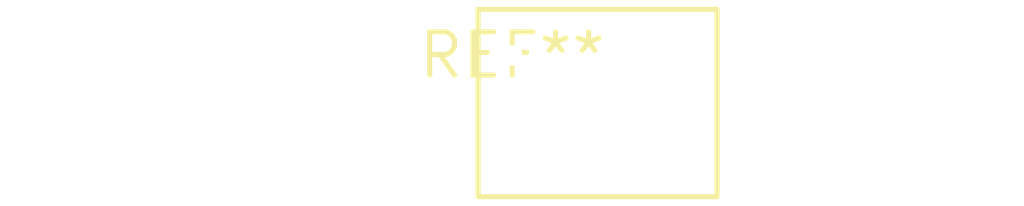
<source format=kicad_pcb>
(kicad_pcb (version 20240108) (generator pcbnew)
  (layers (0 "F.Cu" signal) (31 "B.Cu" signal) (34 "B.Paste" user) (35 "F.Paste" user) (36 "B.SilkS" user "B.Silkscreen") (37 "F.SilkS" user "F.Silkscreen") (38 "B.Mask" user) (39 "F.Mask" user) (44 "Edge.Cuts" user))
  (net 0 "")
  (footprint "RV_Disc_D7mm_W5.5mm_P5mm" (layer "F.Cu") (at 0 0)
    (property "Reference" "REF**")
    (property "Value" "RV_Disc_D7mm_W5.5mm_P5mm")
    (fp_line (start -1 -1.35) (end -1 4.15) (layer "F.SilkS") (stroke (width 0.15)))
    (fp_line (start -1 -1.35) (end 6 -1.35) (layer "F.SilkS") (stroke (width 0.15)))
    (fp_line (start -1 4.15) (end 6 4.15) (layer "F.SilkS") (stroke (width 0.15)))
    (fp_line (start 6 -1.35) (end 6 4.15) (layer "F.SilkS") (stroke (width 0.15)))
    (pad "1" thru_hole circle (at 0 0) (size 1.6 1.6) (drill 0.6) (layers *.Cu *.Mask) (remove_unused_layers))
    (pad "2" thru_hole circle (at 5 2.8) (size 1.6 1.6) (drill 0.6) (layers *.Cu *.Mask) (remove_unused_layers))
  )
)
</source>
